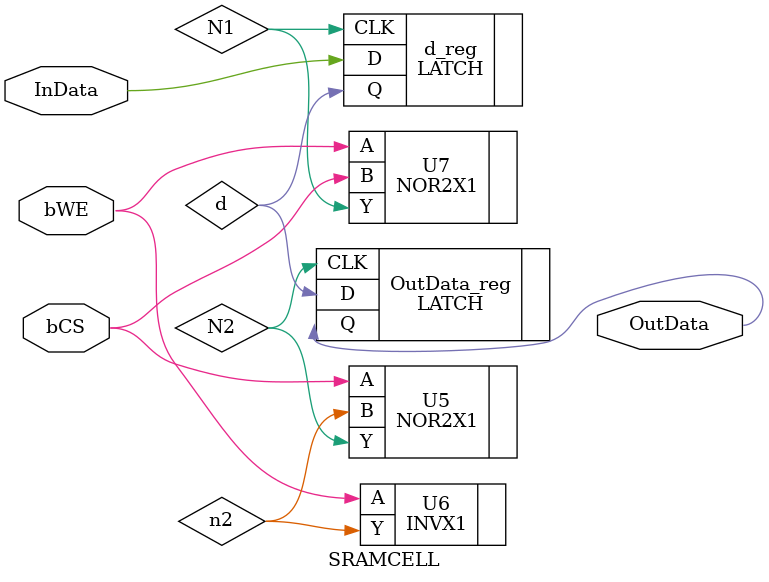
<source format=v>

module SRAMCELL ( InData, OutData, bCS, bWE );
  input InData, bCS, bWE;
  output OutData;
  wire   N1, d, N2, n2;

  LATCH d_reg ( .CLK(N1), .D(InData), .Q(d) );
  LATCH OutData_reg ( .CLK(N2), .D(d), .Q(OutData) );
  NOR2X1 U5 ( .A(bCS), .B(n2), .Y(N2) );
  INVX1 U6 ( .A(bWE), .Y(n2) );
  NOR2X1 U7 ( .A(bWE), .B(bCS), .Y(N1) );
endmodule


</source>
